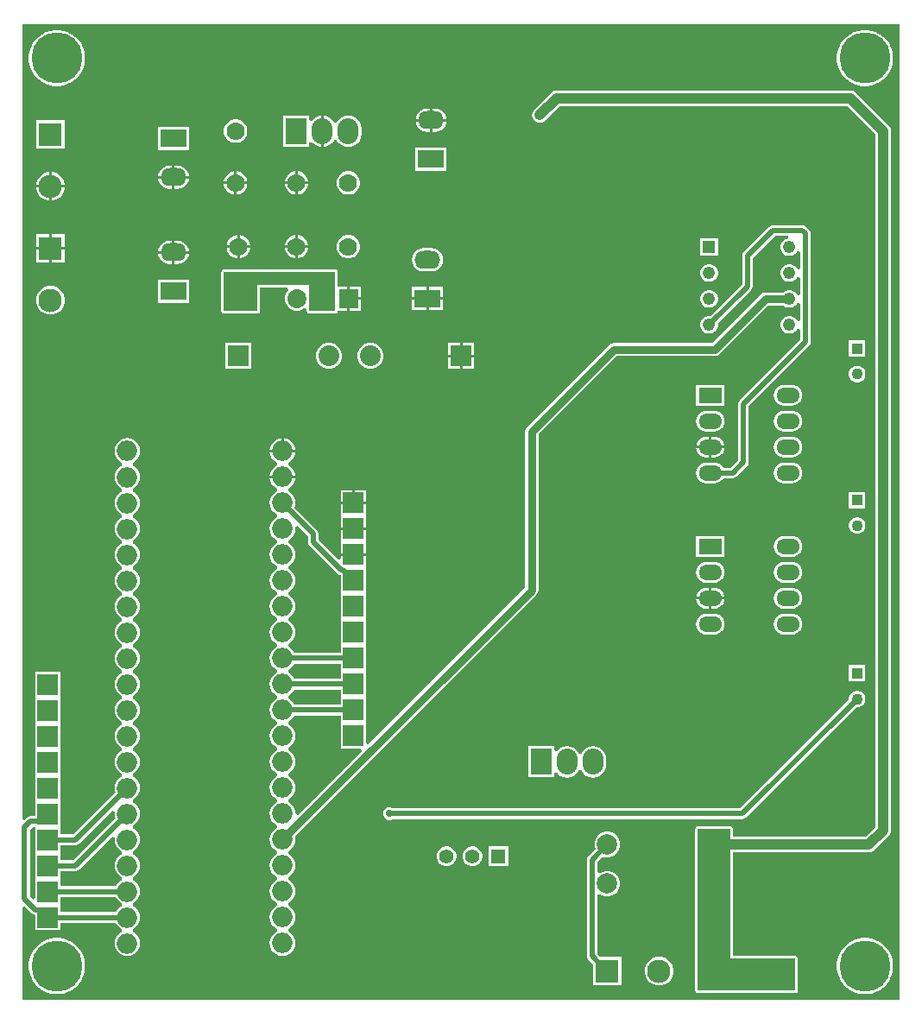
<source format=gbl>
G04*
G04 #@! TF.GenerationSoftware,Altium Limited,Altium Designer,24.10.1 (45)*
G04*
G04 Layer_Physical_Order=2*
G04 Layer_Color=16711680*
%FSTAX25Y25*%
%MOIN*%
G70*
G04*
G04 #@! TF.SameCoordinates,1923906C-CB37-41EA-8CB1-2C45B085819D*
G04*
G04*
G04 #@! TF.FilePolarity,Positive*
G04*
G01*
G75*
%ADD79C,0.02000*%
%ADD80R,0.09000X0.06000*%
%ADD81O,0.09000X0.06000*%
%ADD82R,0.04331X0.04331*%
%ADD83C,0.04331*%
%ADD84C,0.07000*%
%ADD85C,0.09055*%
%ADD86R,0.09055X0.09055*%
%ADD87R,0.07874X0.07874*%
%ADD88C,0.01968*%
%ADD89C,0.19685*%
%ADD90R,0.09055X0.09055*%
%ADD91R,0.04842X0.04842*%
%ADD92C,0.04842*%
%ADD93O,0.10000X0.07000*%
%ADD94R,0.10000X0.07000*%
%ADD95O,0.07874X0.07874*%
%ADD96C,0.05551*%
%ADD97R,0.05551X0.05551*%
%ADD98R,0.08000X0.10000*%
%ADD99O,0.08000X0.10000*%
%ADD100C,0.07874*%
%ADD101C,0.08000*%
%ADD102R,0.08000X0.08000*%
%ADD103R,0.07323X0.07323*%
%ADD104C,0.07323*%
%ADD105C,0.02756*%
%ADD106C,0.02756*%
%ADD107C,0.04000*%
%ADD108C,0.03000*%
G36*
X003731Y0074096D02*
X00372Y0073264D01*
X003737Y0071975D01*
X0037557Y0071525D01*
X0021335Y0055303D01*
X0016437D01*
X0016437Y0058201D01*
X0016437Y0059201D01*
Y0061225D01*
X002218D01*
X002296Y006138D01*
X0023622Y0061822D01*
X0036363Y0074563D01*
X003731Y0074096D01*
D02*
G37*
G36*
Y0064096D02*
X00372Y0063264D01*
X003737Y0061975D01*
X0037868Y0060774D01*
X0038659Y0059743D01*
X003969Y0058952D01*
X0040044Y0058805D01*
Y0057723D01*
X003969Y0057577D01*
X0038659Y0056785D01*
X0037868Y0055754D01*
X003737Y0054553D01*
X00372Y0053264D01*
X003737Y0051975D01*
X0037868Y0050774D01*
X0038659Y0049743D01*
X003969Y0048952D01*
X0040044Y0048805D01*
Y0047723D01*
X003969Y0047577D01*
X0038659Y0046785D01*
X0037868Y0045754D01*
X0037681Y0045303D01*
X0016437D01*
X0016437Y0048201D01*
X0016437Y0049201D01*
Y0051225D01*
X002218D01*
X002296Y005138D01*
X0023622Y0051822D01*
X0036363Y0064563D01*
X003731Y0064096D01*
D02*
G37*
G36*
X0006563Y0068025D02*
X0006563Y0067288D01*
Y0059201D01*
X0006563Y0058327D01*
X0006563Y0057327D01*
Y0049201D01*
X0006563Y0048327D01*
X0006563Y0047327D01*
Y0040627D01*
X0005639Y0040245D01*
X0004539Y0041345D01*
Y0067155D01*
X0005563Y0068179D01*
X0006563Y0068025D01*
D02*
G37*
G36*
X0037868Y0040774D02*
X0038659Y0039743D01*
X003969Y0038952D01*
X0040044Y0038805D01*
Y0037723D01*
X003969Y0037577D01*
X0038659Y0036785D01*
X0037868Y0035754D01*
X0037681Y0035303D01*
X0016437D01*
Y0037327D01*
X0016437Y0038201D01*
X0016437D01*
Y0038327D01*
X0016437D01*
Y0041225D01*
X0037681D01*
X0037868Y0040774D01*
D02*
G37*
G36*
X0340471Y0001529D02*
X0001529D01*
Y003728D01*
X0002453Y0037663D01*
X0005357Y0034759D01*
X0006018Y0034317D01*
X0006563Y0034209D01*
Y0028327D01*
X0016437D01*
Y0031225D01*
X0037681D01*
X0037868Y0030774D01*
X0038659Y0029743D01*
X003969Y0028952D01*
X0040044Y0028805D01*
Y0027723D01*
X003969Y0027577D01*
X0038659Y0026785D01*
X0037868Y0025754D01*
X003737Y0024553D01*
X00372Y0023264D01*
X003737Y0021975D01*
X0037868Y0020774D01*
X0038659Y0019743D01*
X003969Y0018952D01*
X0040891Y0018454D01*
X004218Y0018285D01*
X0043469Y0018454D01*
X004467Y0018952D01*
X0045701Y0019743D01*
X0046492Y0020774D01*
X004699Y0021975D01*
X004716Y0023264D01*
X004699Y0024553D01*
X0046492Y0025754D01*
X0045701Y0026785D01*
X004467Y0027577D01*
X0044317Y0027723D01*
Y0028805D01*
X004467Y0028952D01*
X0045701Y0029743D01*
X0046492Y0030774D01*
X004699Y0031975D01*
X004716Y0033264D01*
X004699Y0034553D01*
X0046492Y0035754D01*
X0045701Y0036785D01*
X004467Y0037577D01*
X0044317Y0037723D01*
Y0038805D01*
X004467Y0038952D01*
X0045701Y0039743D01*
X0046492Y0040774D01*
X004699Y0041975D01*
X004716Y0043264D01*
X004699Y0044553D01*
X0046492Y0045754D01*
X0045701Y0046785D01*
X004467Y0047577D01*
X0044317Y0047723D01*
Y0048805D01*
X004467Y0048952D01*
X0045701Y0049743D01*
X0046492Y0050774D01*
X004699Y0051975D01*
X004716Y0053264D01*
X004699Y0054553D01*
X0046492Y0055754D01*
X0045701Y0056785D01*
X004467Y0057577D01*
X0044317Y0057723D01*
Y0058805D01*
X004467Y0058952D01*
X0045701Y0059743D01*
X0046492Y0060774D01*
X004699Y0061975D01*
X004716Y0063264D01*
X004699Y0064553D01*
X0046492Y0065754D01*
X0045701Y0066785D01*
X004467Y0067577D01*
X0044317Y0067723D01*
Y0068805D01*
X004467Y0068952D01*
X0045701Y0069743D01*
X0046492Y0070774D01*
X004699Y0071975D01*
X004716Y0073264D01*
X004699Y0074553D01*
X0046492Y0075754D01*
X0045701Y0076785D01*
X004467Y0077577D01*
X0044317Y0077723D01*
Y0078805D01*
X004467Y0078952D01*
X0045701Y0079743D01*
X0046492Y0080774D01*
X004699Y0081975D01*
X004716Y0083264D01*
X004699Y0084553D01*
X0046492Y0085754D01*
X0045701Y0086785D01*
X004467Y0087577D01*
X0044317Y0087723D01*
Y0088805D01*
X004467Y0088952D01*
X0045701Y0089743D01*
X0046492Y0090774D01*
X004699Y0091975D01*
X004716Y0093264D01*
X004699Y0094553D01*
X0046492Y0095754D01*
X0045701Y0096785D01*
X004467Y0097577D01*
X0044317Y0097723D01*
Y0098805D01*
X004467Y0098952D01*
X0045701Y0099743D01*
X0046492Y0100774D01*
X004699Y0101975D01*
X004716Y0103264D01*
X004699Y0104553D01*
X0046492Y0105754D01*
X0045701Y0106785D01*
X004467Y0107577D01*
X0044317Y0107723D01*
Y0108805D01*
X004467Y0108952D01*
X0045701Y0109743D01*
X0046492Y0110774D01*
X004699Y0111975D01*
X004716Y0113264D01*
X004699Y0114553D01*
X0046492Y0115754D01*
X0045701Y0116785D01*
X004467Y0117577D01*
X0044317Y0117723D01*
Y0118805D01*
X004467Y0118952D01*
X0045701Y0119743D01*
X0046492Y0120774D01*
X004699Y0121975D01*
X004716Y0123264D01*
X004699Y0124553D01*
X0046492Y0125754D01*
X0045701Y0126785D01*
X004467Y0127577D01*
X0044317Y0127723D01*
Y0128805D01*
X004467Y0128952D01*
X0045701Y0129743D01*
X0046492Y0130774D01*
X004699Y0131975D01*
X004716Y0133264D01*
X004699Y0134553D01*
X0046492Y0135754D01*
X0045701Y0136785D01*
X004467Y0137577D01*
X0044317Y0137723D01*
Y0138805D01*
X004467Y0138952D01*
X0045701Y0139743D01*
X0046492Y0140774D01*
X004699Y0141975D01*
X004716Y0143264D01*
X004699Y0144553D01*
X0046492Y0145754D01*
X0045701Y0146785D01*
X004467Y0147577D01*
X0044317Y0147723D01*
Y0148805D01*
X004467Y0148952D01*
X0045701Y0149743D01*
X0046492Y0150774D01*
X004699Y0151975D01*
X004716Y0153264D01*
X004699Y0154553D01*
X0046492Y0155754D01*
X0045701Y0156785D01*
X004467Y0157577D01*
X0044317Y0157723D01*
Y0158805D01*
X004467Y0158952D01*
X0045701Y0159743D01*
X0046492Y0160774D01*
X004699Y0161975D01*
X004716Y0163264D01*
X004699Y0164553D01*
X0046492Y0165754D01*
X0045701Y0166785D01*
X004467Y0167577D01*
X0044317Y0167723D01*
Y0168805D01*
X004467Y0168952D01*
X0045701Y0169743D01*
X0046492Y0170774D01*
X004699Y0171975D01*
X004716Y0173264D01*
X004699Y0174553D01*
X0046492Y0175754D01*
X0045701Y0176785D01*
X004467Y0177577D01*
X0044317Y0177723D01*
Y0178805D01*
X004467Y0178952D01*
X0045701Y0179743D01*
X0046492Y0180774D01*
X004699Y0181975D01*
X004716Y0183264D01*
X004699Y0184553D01*
X0046492Y0185754D01*
X0045701Y0186785D01*
X004467Y0187577D01*
X0044317Y0187723D01*
Y0188805D01*
X004467Y0188952D01*
X0045701Y0189743D01*
X0046492Y0190774D01*
X004699Y0191975D01*
X004716Y0193264D01*
X004699Y0194553D01*
X0046492Y0195754D01*
X0045701Y0196785D01*
X004467Y0197577D01*
X0044317Y0197723D01*
Y0198805D01*
X004467Y0198952D01*
X0045701Y0199743D01*
X0046492Y0200774D01*
X004699Y0201975D01*
X004716Y0203264D01*
X004699Y0204553D01*
X0046492Y0205754D01*
X0045701Y0206785D01*
X004467Y0207577D01*
X0044196Y0207773D01*
Y0208855D01*
X004467Y0209052D01*
X0045701Y0209843D01*
X0046492Y0210874D01*
X004699Y0212075D01*
X004716Y0213364D01*
X004699Y0214653D01*
X0046492Y0215854D01*
X0045701Y0216885D01*
X004467Y0217677D01*
X0043469Y0218174D01*
X004218Y0218344D01*
X0040891Y0218174D01*
X003969Y0217677D01*
X0038659Y0216885D01*
X0037868Y0215854D01*
X003737Y0214653D01*
X00372Y0213364D01*
X003737Y0212075D01*
X0037868Y0210874D01*
X0038659Y0209843D01*
X003969Y0209052D01*
X0040164Y0208855D01*
Y0207773D01*
X003969Y0207577D01*
X0038659Y0206785D01*
X0037868Y0205754D01*
X003737Y0204553D01*
X00372Y0203264D01*
X003737Y0201975D01*
X0037868Y0200774D01*
X0038659Y0199743D01*
X003969Y0198952D01*
X0040044Y0198805D01*
Y0197723D01*
X003969Y0197577D01*
X0038659Y0196785D01*
X0037868Y0195754D01*
X003737Y0194553D01*
X00372Y0193264D01*
X003737Y0191975D01*
X0037868Y0190774D01*
X0038659Y0189743D01*
X003969Y0188952D01*
X0040044Y0188805D01*
Y0187723D01*
X003969Y0187577D01*
X0038659Y0186785D01*
X0037868Y0185754D01*
X003737Y0184553D01*
X00372Y0183264D01*
X003737Y0181975D01*
X0037868Y0180774D01*
X0038659Y0179743D01*
X003969Y0178952D01*
X0040044Y0178805D01*
Y0177723D01*
X003969Y0177577D01*
X0038659Y0176785D01*
X0037868Y0175754D01*
X003737Y0174553D01*
X00372Y0173264D01*
X003737Y0171975D01*
X0037868Y0170774D01*
X0038659Y0169743D01*
X003969Y0168952D01*
X0040044Y0168805D01*
Y0167723D01*
X003969Y0167577D01*
X0038659Y0166785D01*
X0037868Y0165754D01*
X003737Y0164553D01*
X00372Y0163264D01*
X003737Y0161975D01*
X0037868Y0160774D01*
X0038659Y0159743D01*
X003969Y0158952D01*
X0040044Y0158805D01*
Y0157723D01*
X003969Y0157577D01*
X0038659Y0156785D01*
X0037868Y0155754D01*
X003737Y0154553D01*
X00372Y0153264D01*
X003737Y0151975D01*
X0037868Y0150774D01*
X0038659Y0149743D01*
X003969Y0148952D01*
X0040044Y0148805D01*
Y0147723D01*
X003969Y0147577D01*
X0038659Y0146785D01*
X0037868Y0145754D01*
X003737Y0144553D01*
X00372Y0143264D01*
X003737Y0141975D01*
X0037868Y0140774D01*
X0038659Y0139743D01*
X003969Y0138952D01*
X0040044Y0138805D01*
Y0137723D01*
X003969Y0137577D01*
X0038659Y0136785D01*
X0037868Y0135754D01*
X003737Y0134553D01*
X00372Y0133264D01*
X003737Y0131975D01*
X0037868Y0130774D01*
X0038659Y0129743D01*
X003969Y0128952D01*
X0040044Y0128805D01*
Y0127723D01*
X003969Y0127577D01*
X0038659Y0126785D01*
X0037868Y0125754D01*
X003737Y0124553D01*
X00372Y0123264D01*
X003737Y0121975D01*
X0037868Y0120774D01*
X0038659Y0119743D01*
X003969Y0118952D01*
X0040044Y0118805D01*
Y0117723D01*
X003969Y0117577D01*
X0038659Y0116785D01*
X0037868Y0115754D01*
X003737Y0114553D01*
X00372Y0113264D01*
X003737Y0111975D01*
X0037868Y0110774D01*
X0038659Y0109743D01*
X003969Y0108952D01*
X0040044Y0108805D01*
Y0107723D01*
X003969Y0107577D01*
X0038659Y0106785D01*
X0037868Y0105754D01*
X003737Y0104553D01*
X00372Y0103264D01*
X003737Y0101975D01*
X0037868Y0100774D01*
X0038659Y0099743D01*
X003969Y0098952D01*
X0040044Y0098805D01*
Y0097723D01*
X003969Y0097577D01*
X0038659Y0096785D01*
X0037868Y0095754D01*
X003737Y0094553D01*
X00372Y0093264D01*
X003737Y0091975D01*
X0037868Y0090774D01*
X0038659Y0089743D01*
X003969Y0088952D01*
X0040044Y0088805D01*
Y0087723D01*
X003969Y0087577D01*
X0038659Y0086785D01*
X0037868Y0085754D01*
X003737Y0084553D01*
X00372Y0083264D01*
X003737Y0081975D01*
X0037557Y0081525D01*
X0021335Y0065303D01*
X0016437D01*
X0016437Y0068201D01*
X0016437Y0069201D01*
Y0077327D01*
X0016437Y0078201D01*
X0016437Y0079201D01*
Y0087327D01*
X0016437Y0088201D01*
X0016437Y0089201D01*
Y0097327D01*
X0016437Y0098201D01*
X0016437Y0099201D01*
Y0107327D01*
X0016437Y0108201D01*
X0016437Y0109201D01*
Y0117327D01*
X0016437Y0118201D01*
X0016437Y0119201D01*
Y0128201D01*
X0006563D01*
Y0119201D01*
X0006563Y0118327D01*
X0006563Y0117327D01*
Y0109201D01*
X0006563Y0108327D01*
X0006563Y0107327D01*
Y0099201D01*
X0006563Y0098327D01*
X0006563Y0097327D01*
Y0089201D01*
X0006563Y0088327D01*
X0006563Y0087327D01*
Y0079201D01*
X0006563Y0078327D01*
X0006563Y0077327D01*
Y0072366D01*
X0004827D01*
X0004047Y0072211D01*
X0003385Y0071769D01*
X0002453Y0070837D01*
X0001529Y007122D01*
Y0377971D01*
X0340471D01*
Y0001529D01*
D02*
G37*
%LPC*%
G36*
X0327853Y0375842D02*
X0326147D01*
X0324461Y0375575D01*
X0322838Y0375048D01*
X0321317Y0374273D01*
X0319937Y037327D01*
X031873Y0372063D01*
X0317727Y0370683D01*
X0316952Y0369162D01*
X0316424Y0367539D01*
X0316158Y0365853D01*
Y0364147D01*
X0316424Y0362461D01*
X0316952Y0360838D01*
X0317727Y0359317D01*
X031873Y0357937D01*
X0319937Y035673D01*
X0321317Y0355727D01*
X0322838Y0354952D01*
X0324461Y0354425D01*
X0326147Y0354157D01*
X0327853D01*
X0329539Y0354425D01*
X0331162Y0354952D01*
X0332683Y0355727D01*
X0334063Y035673D01*
X033527Y0357937D01*
X0336273Y0359317D01*
X0337048Y0360838D01*
X0337576Y0362461D01*
X0337842Y0364147D01*
Y0365853D01*
X0337576Y0367539D01*
X0337048Y0369162D01*
X0336273Y0370683D01*
X033527Y0372063D01*
X0334063Y037327D01*
X0332683Y0374273D01*
X0331162Y0375048D01*
X0329539Y0375575D01*
X0327853Y0375842D01*
D02*
G37*
G36*
X0015853D02*
X0014147D01*
X0012461Y0375575D01*
X0010838Y0375048D01*
X0009317Y0374273D01*
X0007937Y037327D01*
X000673Y0372063D01*
X0005727Y0370683D01*
X0004952Y0369162D01*
X0004425Y0367539D01*
X0004157Y0365853D01*
Y0364147D01*
X0004425Y0362461D01*
X0004952Y0360838D01*
X0005727Y0359317D01*
X000673Y0357937D01*
X0007937Y035673D01*
X0009317Y0355727D01*
X0010838Y0354952D01*
X0012461Y0354425D01*
X0014147Y0354157D01*
X0015853D01*
X0017539Y0354425D01*
X0019162Y0354952D01*
X0020683Y0355727D01*
X0022063Y035673D01*
X002327Y0357937D01*
X0024273Y0359317D01*
X0025048Y0360838D01*
X0025576Y0362461D01*
X0025842Y0364147D01*
Y0365853D01*
X0025576Y0367539D01*
X0025048Y0369162D01*
X0024273Y0370683D01*
X002327Y0372063D01*
X0022063Y037327D01*
X0020683Y0374273D01*
X0019162Y0375048D01*
X0017539Y0375575D01*
X0015853Y0375842D01*
D02*
G37*
G36*
X0161Y0345539D02*
X016D01*
Y03415D01*
X0165473D01*
X0165384Y0342175D01*
X0164931Y0343269D01*
X0164209Y0344209D01*
X0163269Y0344931D01*
X0162175Y0345384D01*
X0161Y0345539D01*
D02*
G37*
G36*
X0159D02*
X0158D01*
X0156825Y0345384D01*
X0155731Y0344931D01*
X0154791Y0344209D01*
X0154069Y0343269D01*
X0153616Y0342175D01*
X0153527Y03415D01*
X0159D01*
Y0345539D01*
D02*
G37*
G36*
X01275Y0342844D02*
X0126195Y0342672D01*
X0124978Y0342168D01*
X0123934Y0341366D01*
X0123133Y0340322D01*
X0123041Y0340102D01*
X0121959D01*
X0121868Y0340322D01*
X0121066Y0341366D01*
X0120022Y0342168D01*
X0118805Y0342672D01*
X0118Y0342778D01*
Y03368D01*
Y0330823D01*
X0118805Y0330929D01*
X0120022Y0331433D01*
X0121066Y0332234D01*
X0121868Y0333279D01*
X0121959Y0333499D01*
X0123041D01*
X0123133Y0333279D01*
X0123934Y0332234D01*
X0124978Y0331433D01*
X0126195Y0330929D01*
X01275Y0330757D01*
X0128805Y0330929D01*
X0130022Y0331433D01*
X0131066Y0332234D01*
X0131868Y0333279D01*
X0132371Y0334495D01*
X0132543Y03358D01*
Y03378D01*
X0132371Y0339106D01*
X0131868Y0340322D01*
X0131066Y0341366D01*
X0130022Y0342168D01*
X0128805Y0342672D01*
X01275Y0342844D01*
D02*
G37*
G36*
X0165473Y03405D02*
X016D01*
Y0336461D01*
X0161D01*
X0162175Y0336616D01*
X0163269Y0337069D01*
X0164209Y0337791D01*
X0164931Y0338731D01*
X0165384Y0339825D01*
X0165473Y03405D01*
D02*
G37*
G36*
X0159D02*
X0153527D01*
X0153616Y0339825D01*
X0154069Y0338731D01*
X0154791Y0337791D01*
X0155731Y0337069D01*
X0156825Y0336616D01*
X0158Y0336461D01*
X0159D01*
Y03405D01*
D02*
G37*
G36*
X0084592Y03413D02*
X0083408D01*
X0082263Y0340994D01*
X0081237Y0340401D01*
X0080399Y0339563D01*
X0079807Y0338537D01*
X00795Y0337393D01*
Y0336208D01*
X0079807Y0335064D01*
X0080399Y0334037D01*
X0081237Y03332D01*
X0082263Y0332607D01*
X0083408Y03323D01*
X0084592D01*
X0085737Y0332607D01*
X0086763Y03332D01*
X0087601Y0334037D01*
X0088193Y0335064D01*
X00885Y0336208D01*
Y0337393D01*
X0088193Y0338537D01*
X0087601Y0339563D01*
X0086763Y0340401D01*
X0085737Y0340994D01*
X0084592Y03413D01*
D02*
G37*
G36*
X01125Y03428D02*
X01025D01*
Y03308D01*
X01125D01*
Y033246D01*
X01135Y03328D01*
X0113934Y0332234D01*
X0114978Y0331433D01*
X0116195Y0330929D01*
X0117Y0330823D01*
Y03368D01*
Y0342778D01*
X0116195Y0342672D01*
X0114978Y0342168D01*
X0113934Y0341366D01*
X01135Y0340801D01*
X01125Y034114D01*
Y03428D01*
D02*
G37*
G36*
X0018028Y0341028D02*
X0006972D01*
Y0329972D01*
X0018028D01*
Y0341028D01*
D02*
G37*
G36*
X0066Y03385D02*
X0054D01*
Y03295D01*
X0066D01*
Y03385D01*
D02*
G37*
G36*
X01655Y03305D02*
X01535D01*
Y03215D01*
X01655D01*
Y03305D01*
D02*
G37*
G36*
X00615Y0323539D02*
X00605D01*
Y03195D01*
X0065973D01*
X0065884Y0320175D01*
X0065431Y0321269D01*
X0064709Y0322209D01*
X0063769Y0322931D01*
X0062675Y0323384D01*
X00615Y0323539D01*
D02*
G37*
G36*
X00595D02*
X00585D01*
X0057325Y0323384D01*
X0056231Y0322931D01*
X0055291Y0322209D01*
X0054569Y0321269D01*
X0054116Y0320175D01*
X0054027Y03195D01*
X00595D01*
Y0323539D01*
D02*
G37*
G36*
X0108092Y03213D02*
X0108D01*
Y03173D01*
X0112D01*
Y0317393D01*
X0111693Y0318537D01*
X0111101Y0319564D01*
X0110263Y0320401D01*
X0109237Y0320994D01*
X0108092Y03213D01*
D02*
G37*
G36*
X0084592D02*
X00845D01*
Y03173D01*
X00885D01*
Y0317393D01*
X0088193Y0318537D01*
X0087601Y0319564D01*
X0086763Y0320401D01*
X0085737Y0320994D01*
X0084592Y03213D01*
D02*
G37*
G36*
X00835D02*
X0083408D01*
X0082263Y0320994D01*
X0081237Y0320401D01*
X0080399Y0319564D01*
X0079807Y0318537D01*
X00795Y0317393D01*
Y03173D01*
X00835D01*
Y03213D01*
D02*
G37*
G36*
X0107D02*
X0106908D01*
X0105763Y0320994D01*
X0104737Y0320401D01*
X0103899Y0319564D01*
X0103307Y0318537D01*
X0103Y0317393D01*
Y03173D01*
X0107D01*
Y03213D01*
D02*
G37*
G36*
X0013228Y0321028D02*
X0013D01*
Y0316D01*
X0018028D01*
Y0316228D01*
X0017651Y0317634D01*
X0016923Y0318894D01*
X0015894Y0319923D01*
X0014634Y0320651D01*
X0013228Y0321028D01*
D02*
G37*
G36*
X0012D02*
X0011772D01*
X0010366Y0320651D01*
X0009106Y0319923D01*
X0008077Y0318894D01*
X0007349Y0317634D01*
X0006972Y0316228D01*
Y0316D01*
X0012D01*
Y0321028D01*
D02*
G37*
G36*
X0065973Y03185D02*
X00605D01*
Y0314461D01*
X00615D01*
X0062675Y0314616D01*
X0063769Y0315069D01*
X0064709Y0315791D01*
X0065431Y0316731D01*
X0065884Y0317825D01*
X0065973Y03185D01*
D02*
G37*
G36*
X00595D02*
X0054027D01*
X0054116Y0317825D01*
X0054569Y0316731D01*
X0055291Y0315791D01*
X0056231Y0315069D01*
X0057325Y0314616D01*
X00585Y0314461D01*
X00595D01*
Y03185D01*
D02*
G37*
G36*
X0128092Y03213D02*
X0126908D01*
X0125763Y0320994D01*
X0124737Y0320401D01*
X0123899Y0319564D01*
X0123307Y0318537D01*
X0123Y0317393D01*
Y0316208D01*
X0123307Y0315064D01*
X0123899Y0314037D01*
X0124737Y0313199D01*
X0125763Y0312607D01*
X0126908Y03123D01*
X0128092D01*
X0129237Y0312607D01*
X0130263Y0313199D01*
X0131101Y0314037D01*
X0131693Y0315064D01*
X0132Y0316208D01*
Y0317393D01*
X0131693Y0318537D01*
X0131101Y0319564D01*
X0130263Y0320401D01*
X0129237Y0320994D01*
X0128092Y03213D01*
D02*
G37*
G36*
X0112Y03163D02*
X0108D01*
Y03123D01*
X0108092D01*
X0109237Y0312607D01*
X0110263Y0313199D01*
X0111101Y0314037D01*
X0111693Y0315064D01*
X0112Y0316208D01*
Y03163D01*
D02*
G37*
G36*
X0107D02*
X0103D01*
Y0316208D01*
X0103307Y0315064D01*
X0103899Y0314037D01*
X0104737Y0313199D01*
X0105763Y0312607D01*
X0106908Y03123D01*
X0107D01*
Y03163D01*
D02*
G37*
G36*
X00885D02*
X00845D01*
Y03123D01*
X0084592D01*
X0085737Y0312607D01*
X0086763Y0313199D01*
X0087601Y0314037D01*
X0088193Y0315064D01*
X00885Y0316208D01*
Y03163D01*
D02*
G37*
G36*
X00835D02*
X00795D01*
Y0316208D01*
X0079807Y0315064D01*
X0080399Y0314037D01*
X0081237Y0313199D01*
X0082263Y0312607D01*
X0083408Y03123D01*
X00835D01*
Y03163D01*
D02*
G37*
G36*
X0018028Y0315D02*
X0013D01*
Y0309972D01*
X0013228D01*
X0014634Y0310349D01*
X0015894Y0311077D01*
X0016923Y0312106D01*
X0017651Y0313366D01*
X0018028Y0314772D01*
Y0315D01*
D02*
G37*
G36*
X0012D02*
X0006972D01*
Y0314772D01*
X0007349Y0313366D01*
X0008077Y0312106D01*
X0009106Y0311077D01*
X0010366Y0310349D01*
X0011772Y0309972D01*
X0012D01*
Y0315D01*
D02*
G37*
G36*
X0108092Y02967D02*
X0108D01*
Y02927D01*
X0112D01*
Y0292792D01*
X0111693Y0293936D01*
X0111101Y0294963D01*
X0110263Y02958D01*
X0109237Y0296393D01*
X0108092Y02967D01*
D02*
G37*
G36*
X0085631D02*
X0085539D01*
Y02927D01*
X0089539D01*
Y0292792D01*
X0089232Y0293936D01*
X008864Y0294963D01*
X0087802Y02958D01*
X0086776Y0296393D01*
X0085631Y02967D01*
D02*
G37*
G36*
X0084539D02*
X0084446D01*
X0083302Y0296393D01*
X0082276Y02958D01*
X0081438Y0294963D01*
X0080845Y0293936D01*
X0080539Y0292792D01*
Y02927D01*
X0084539D01*
Y02967D01*
D02*
G37*
G36*
X0107D02*
X0106908D01*
X0105763Y0296393D01*
X0104737Y02958D01*
X0103899Y0294963D01*
X0103307Y0293936D01*
X0103Y0292792D01*
Y02927D01*
X0107D01*
Y02967D01*
D02*
G37*
G36*
X0018028Y0297028D02*
X0013D01*
Y0292D01*
X0018028D01*
Y0297028D01*
D02*
G37*
G36*
X0012D02*
X0006972D01*
Y0292D01*
X0012D01*
Y0297028D01*
D02*
G37*
G36*
X00615Y0294539D02*
X00605D01*
Y02905D01*
X0065973D01*
X0065884Y0291175D01*
X0065431Y0292269D01*
X0064709Y0293209D01*
X0063769Y0293931D01*
X0062675Y0294384D01*
X00615Y0294539D01*
D02*
G37*
G36*
X00595D02*
X00585D01*
X0057325Y0294384D01*
X0056231Y0293931D01*
X0055291Y0293209D01*
X0054569Y0292269D01*
X0054116Y0291175D01*
X0054027Y02905D01*
X00595D01*
Y0294539D01*
D02*
G37*
G36*
X0270252Y0295472D02*
X0263409D01*
Y028863D01*
X0270252D01*
Y0295472D01*
D02*
G37*
G36*
X0128092Y02967D02*
X0126908D01*
X0125763Y0296393D01*
X0124737Y02958D01*
X0123899Y0294963D01*
X0123307Y0293936D01*
X0123Y0292792D01*
Y0291607D01*
X0123307Y0290463D01*
X0123899Y0289437D01*
X0124737Y0288599D01*
X0125763Y0288006D01*
X0126908Y02877D01*
X0128092D01*
X0129237Y0288006D01*
X0130263Y0288599D01*
X0131101Y0289437D01*
X0131693Y0290463D01*
X0132Y0291607D01*
Y0292792D01*
X0131693Y0293936D01*
X0131101Y0294963D01*
X0130263Y02958D01*
X0129237Y0296393D01*
X0128092Y02967D01*
D02*
G37*
G36*
X0112Y02917D02*
X0108D01*
Y02877D01*
X0108092D01*
X0109237Y0288006D01*
X0110263Y0288599D01*
X0111101Y0289437D01*
X0111693Y0290463D01*
X0112Y0291607D01*
Y02917D01*
D02*
G37*
G36*
X0107D02*
X0103D01*
Y0291607D01*
X0103307Y0290463D01*
X0103899Y0289437D01*
X0104737Y0288599D01*
X0105763Y0288006D01*
X0106908Y02877D01*
X0107D01*
Y02917D01*
D02*
G37*
G36*
X0089539D02*
X0085539D01*
Y02877D01*
X0085631D01*
X0086776Y0288006D01*
X0087802Y0288599D01*
X008864Y0289437D01*
X0089232Y0290463D01*
X0089539Y0291607D01*
Y02917D01*
D02*
G37*
G36*
X0084539D02*
X0080539D01*
Y0291607D01*
X0080845Y0290463D01*
X0081438Y0289437D01*
X0082276Y0288599D01*
X0083302Y0288006D01*
X0084446Y02877D01*
X0084539D01*
Y02917D01*
D02*
G37*
G36*
X0018028Y0291D02*
X0013D01*
Y0285972D01*
X0018028D01*
Y0291D01*
D02*
G37*
G36*
X0012D02*
X0006972D01*
Y0285972D01*
X0012D01*
Y0291D01*
D02*
G37*
G36*
X0065973Y02895D02*
X00605D01*
Y0285461D01*
X00615D01*
X0062675Y0285616D01*
X0063769Y0286069D01*
X0064709Y0286791D01*
X0065431Y0287731D01*
X0065884Y0288825D01*
X0065973Y02895D01*
D02*
G37*
G36*
X00595D02*
X0054027D01*
X0054116Y0288825D01*
X0054569Y0287731D01*
X0055291Y0286791D01*
X0056231Y0286069D01*
X0057325Y0285616D01*
X00585Y0285461D01*
X00595D01*
Y02895D01*
D02*
G37*
G36*
X0302828Y0300539D02*
X02915D01*
X029072Y0300384D01*
X0290058Y0299942D01*
X0280187Y0290071D01*
X0279745Y0289409D01*
X027959Y0288629D01*
Y0277694D01*
X026735Y0265454D01*
X0267281Y0265472D01*
X026638D01*
X026551Y0265239D01*
X026473Y0264789D01*
X0264093Y0264152D01*
X0263643Y0263371D01*
X0263409Y0262501D01*
Y02616D01*
X0263643Y026073D01*
X0264093Y025995D01*
X026473Y0259313D01*
X026551Y0258863D01*
X026638Y0258629D01*
X0267281D01*
X0268151Y0258863D01*
X0268932Y0259313D01*
X0269568Y025995D01*
X0270019Y026073D01*
X0270252Y02616D01*
Y0262501D01*
X0270234Y026257D01*
X0283071Y0275407D01*
X0283513Y0276069D01*
X0283668Y0276849D01*
X0283668Y0276849D01*
Y0287784D01*
X0292345Y0296461D01*
X0297292D01*
X0297338Y0296456D01*
X0297365Y0295472D01*
X0297285Y0295451D01*
X0296494Y0295239D01*
X0295714Y0294789D01*
X0295077Y0294151D01*
X0294627Y0293371D01*
X0294394Y0292501D01*
Y02916D01*
X0294627Y029073D01*
X0295077Y028995D01*
X0295714Y0289313D01*
X0296494Y0288863D01*
X0297365Y028863D01*
X0298265D01*
X0299136Y0288863D01*
X0299916Y0289313D01*
X0300553Y028995D01*
X0300961Y0290657D01*
X0301052Y0290682D01*
X0301961Y0290184D01*
Y0283918D01*
X0301052Y028342D01*
X0300961Y0283445D01*
X0300553Y0284152D01*
X0299916Y0284788D01*
X0299136Y0285239D01*
X0298265Y0285472D01*
X0297365D01*
X0296494Y0285239D01*
X0295714Y0284788D01*
X0295077Y0284152D01*
X0294627Y0283371D01*
X0294394Y0282501D01*
Y02816D01*
X0294627Y028073D01*
X0295077Y027995D01*
X0295714Y0279313D01*
X0296494Y0278863D01*
X0297365Y0278629D01*
X0298265D01*
X0299136Y0278863D01*
X0299916Y0279313D01*
X0300553Y027995D01*
X0300961Y0280657D01*
X0301052Y0280682D01*
X0301961Y0280184D01*
Y0273918D01*
X0301052Y027342D01*
X0300961Y0273445D01*
X0300553Y0274151D01*
X0299916Y0274788D01*
X0299136Y0275239D01*
X0298265Y0275472D01*
X0297365D01*
X0296494Y0275239D01*
X0295714Y0274788D01*
X0295526Y02746D01*
X0288551D01*
X0287575Y0274406D01*
X0286748Y0273853D01*
X0267944Y0255049D01*
X023D01*
X0229025Y0254855D01*
X0228198Y0254302D01*
X0196572Y0222677D01*
X0196019Y022185D01*
X0195826Y0220875D01*
Y0160657D01*
X0135361Y0100193D01*
X0134437Y0100575D01*
Y010737D01*
X0134437Y0108244D01*
X0134437Y0109244D01*
Y011737D01*
X0134437Y0118244D01*
X0134437Y0119244D01*
Y012737D01*
X0134437Y0128244D01*
X0134437Y0129244D01*
Y013737D01*
X0134437Y0138244D01*
X0134437Y0139244D01*
Y014737D01*
X0134437Y0148244D01*
X0134437Y0149244D01*
Y015737D01*
X0134437Y0158244D01*
X0134437Y0159244D01*
Y016737D01*
X0134437Y0168244D01*
X0134437D01*
Y016837D01*
X0134437D01*
Y0172807D01*
X0124563D01*
Y0171732D01*
X0123639Y0171349D01*
X0116008Y017898D01*
Y0181418D01*
X0115853Y0182198D01*
X0115411Y018286D01*
X0106703Y0191568D01*
X010689Y0192018D01*
X010706Y0193307D01*
X010689Y0194596D01*
X0106393Y0195797D01*
X0105601Y0196828D01*
X010457Y0197619D01*
X0104217Y0197766D01*
Y0198848D01*
X010457Y0198995D01*
X0105601Y0199786D01*
X0106393Y0200817D01*
X010689Y0202018D01*
X0106994Y0202807D01*
X010208D01*
X0097166D01*
X009727Y0202018D01*
X0097768Y0200817D01*
X0098559Y0199786D01*
X009959Y0198995D01*
X0099944Y0198848D01*
Y0197766D01*
X009959Y0197619D01*
X0098559Y0196828D01*
X0097768Y0195797D01*
X009727Y0194596D01*
X00971Y0193307D01*
X009727Y0192018D01*
X0097768Y0190817D01*
X0098559Y0189786D01*
X009959Y0188995D01*
X0099944Y0188848D01*
Y0187766D01*
X009959Y0187619D01*
X0098559Y0186828D01*
X0097768Y0185797D01*
X009727Y0184596D01*
X00971Y0183307D01*
X009727Y0182018D01*
X0097768Y0180817D01*
X0098559Y0179786D01*
X009959Y0178995D01*
X0099944Y0178848D01*
Y0177766D01*
X009959Y017762D01*
X0098559Y0176828D01*
X0097768Y0175797D01*
X009727Y0174596D01*
X00971Y0173307D01*
X009727Y0172018D01*
X0097768Y0170817D01*
X0098559Y0169786D01*
X009959Y0168994D01*
X0099944Y0168848D01*
Y0167766D01*
X009959Y016762D01*
X0098559Y0166828D01*
X0097768Y0165797D01*
X009727Y0164596D01*
X00971Y0163307D01*
X009727Y0162018D01*
X0097768Y0160817D01*
X0098559Y0159786D01*
X009959Y0158994D01*
X0099944Y0158848D01*
Y0157766D01*
X009959Y015762D01*
X0098559Y0156828D01*
X0097768Y0155797D01*
X009727Y0154596D01*
X00971Y0153307D01*
X009727Y0152018D01*
X0097768Y0150817D01*
X0098559Y0149786D01*
X009959Y0148995D01*
X0099944Y0148848D01*
Y0147766D01*
X009959Y0147619D01*
X0098559Y0146828D01*
X0097768Y0145797D01*
X009727Y0144596D01*
X00971Y0143307D01*
X009727Y0142018D01*
X0097768Y0140817D01*
X0098559Y0139786D01*
X009959Y0138995D01*
X0099944Y0138848D01*
Y0137766D01*
X009959Y0137619D01*
X0098559Y0136828D01*
X0097768Y0135797D01*
X009727Y0134596D01*
X00971Y0133307D01*
X009727Y0132018D01*
X0097768Y0130817D01*
X0098559Y0129786D01*
X009959Y0128995D01*
X0099944Y0128848D01*
Y0127766D01*
X009959Y012762D01*
X0098559Y0126828D01*
X0097768Y0125797D01*
X009727Y0124596D01*
X00971Y0123307D01*
X009727Y0122018D01*
X0097768Y0120817D01*
X0098559Y0119786D01*
X009959Y0118994D01*
X0099944Y0118848D01*
Y0117766D01*
X009959Y011762D01*
X0098559Y0116828D01*
X0097768Y0115797D01*
X009727Y0114596D01*
X00971Y0113307D01*
X009727Y0112018D01*
X0097768Y0110817D01*
X0098559Y0109786D01*
X009959Y0108994D01*
X0099944Y0108848D01*
Y0107766D01*
X009959Y010762D01*
X0098559Y0106828D01*
X0097768Y0105797D01*
X009727Y0104596D01*
X00971Y0103307D01*
X009727Y0102018D01*
X0097768Y0100817D01*
X0098559Y0099786D01*
X009959Y0098994D01*
X0099944Y0098848D01*
Y0097766D01*
X009959Y0097619D01*
X0098559Y0096828D01*
X0097768Y0095797D01*
X009727Y0094596D01*
X00971Y0093307D01*
X009727Y0092018D01*
X0097768Y0090817D01*
X0098559Y0089786D01*
X009959Y0088994D01*
X0099944Y0088848D01*
Y0087766D01*
X009959Y008762D01*
X0098559Y0086828D01*
X0097768Y0085797D01*
X009727Y0084596D01*
X00971Y0083307D01*
X009727Y0082018D01*
X0097768Y0080817D01*
X0098559Y0079786D01*
X009959Y0078995D01*
X0099944Y0078848D01*
Y0077766D01*
X009959Y0077619D01*
X0098559Y0076828D01*
X0097768Y0075797D01*
X009727Y0074596D01*
X00971Y0073307D01*
X009727Y0072018D01*
X0097768Y0070817D01*
X0098559Y0069786D01*
X009959Y0068994D01*
X0099944Y0068848D01*
Y0067766D01*
X009959Y006762D01*
X0098559Y0066828D01*
X0097768Y0065797D01*
X009727Y0064596D01*
X00971Y0063307D01*
X009727Y0062018D01*
X0097768Y0060817D01*
X0098559Y0059786D01*
X009959Y0058995D01*
X0099944Y0058848D01*
Y0057766D01*
X009959Y005762D01*
X0098559Y0056828D01*
X0097768Y0055797D01*
X009727Y0054596D01*
X00971Y0053307D01*
X009727Y0052018D01*
X0097768Y0050817D01*
X0098559Y0049786D01*
X009959Y0048994D01*
X0099944Y0048848D01*
Y0047766D01*
X009959Y004762D01*
X0098559Y0046828D01*
X0097768Y0045797D01*
X009727Y0044596D01*
X00971Y0043307D01*
X009727Y0042018D01*
X0097768Y0040817D01*
X0098559Y0039786D01*
X009959Y0038995D01*
X0099944Y0038848D01*
Y0037766D01*
X009959Y003762D01*
X0098559Y0036828D01*
X0097768Y0035797D01*
X009727Y0034596D01*
X00971Y0033307D01*
X009727Y0032018D01*
X0097768Y0030817D01*
X0098559Y0029786D01*
X009959Y0028995D01*
X0099944Y0028848D01*
Y0027766D01*
X009959Y0027619D01*
X0098559Y0026828D01*
X0097768Y0025797D01*
X009727Y0024596D01*
X00971Y0023307D01*
X009727Y0022018D01*
X0097768Y0020817D01*
X0098559Y0019786D01*
X009959Y0018994D01*
X0100791Y0018497D01*
X010208Y0018327D01*
X0103369Y0018497D01*
X010457Y0018994D01*
X0105601Y0019786D01*
X0106393Y0020817D01*
X010689Y0022018D01*
X010706Y0023307D01*
X010689Y0024596D01*
X0106393Y0025797D01*
X0105601Y0026828D01*
X010457Y0027619D01*
X0104217Y0027766D01*
Y0028848D01*
X010457Y0028995D01*
X0105601Y0029786D01*
X0106393Y0030817D01*
X010689Y0032018D01*
X010706Y0033307D01*
X010689Y0034596D01*
X0106393Y0035797D01*
X0105601Y0036828D01*
X010457Y003762D01*
X0104217Y0037766D01*
Y0038848D01*
X010457Y0038995D01*
X0105601Y0039786D01*
X0106393Y0040817D01*
X010689Y0042018D01*
X010706Y0043307D01*
X010689Y0044596D01*
X0106393Y0045797D01*
X0105601Y0046828D01*
X010457Y004762D01*
X0104217Y0047766D01*
Y0048848D01*
X010457Y0048994D01*
X0105601Y0049786D01*
X0106393Y0050817D01*
X010689Y0052018D01*
X010706Y0053307D01*
X010689Y0054596D01*
X0106393Y0055797D01*
X0105601Y0056828D01*
X010457Y005762D01*
X0104217Y0057766D01*
Y0058848D01*
X010457Y0058995D01*
X0105601Y0059786D01*
X0106393Y0060817D01*
X010689Y0062018D01*
X010706Y0063307D01*
X01069Y0064522D01*
X0200177Y0157799D01*
X0200729Y0158626D01*
X0200923Y0159601D01*
Y0219819D01*
X0231056Y0249951D01*
X0269D01*
X0269975Y0250145D01*
X0270802Y0250698D01*
X0289607Y0269502D01*
X0295526D01*
X0295714Y0269313D01*
X0296494Y0268863D01*
X0297365Y026863D01*
X0298265D01*
X0299136Y0268863D01*
X0299916Y0269313D01*
X0300553Y026995D01*
X0300961Y0270657D01*
X0301052Y0270682D01*
X0301961Y0270184D01*
Y0263918D01*
X0301052Y026342D01*
X0300961Y0263445D01*
X0300553Y0264152D01*
X0299916Y0264789D01*
X0299136Y0265239D01*
X0298265Y0265472D01*
X0297365D01*
X0296494Y0265239D01*
X0295714Y0264789D01*
X0295077Y0264152D01*
X0294627Y0263371D01*
X0294394Y0262501D01*
Y02616D01*
X0294627Y026073D01*
X0295077Y025995D01*
X0295714Y0259313D01*
X0296494Y0258863D01*
X0297365Y0258629D01*
X0298265D01*
X0299136Y0258863D01*
X0299916Y0259313D01*
X0300553Y025995D01*
X0300961Y0260657D01*
X0301052Y0260682D01*
X0301961Y0260184D01*
Y0256345D01*
X0278558Y0232942D01*
X0278116Y023228D01*
X0277961Y02315D01*
Y0209845D01*
X0275017Y0206901D01*
X0272253D01*
X0271628Y0207714D01*
X0270793Y0208355D01*
X026982Y0208758D01*
X0268776Y0208896D01*
X0265776D01*
X0264731Y0208758D01*
X0263758Y0208355D01*
X0262923Y0207714D01*
X0262282Y0206879D01*
X0261878Y0205906D01*
X0261741Y0204861D01*
X0261878Y0203817D01*
X0262282Y0202844D01*
X0262923Y0202009D01*
X0263758Y0201367D01*
X0264731Y0200964D01*
X0265776Y0200827D01*
X0268776D01*
X026982Y0200964D01*
X0270793Y0201367D01*
X0271628Y0202009D01*
X0272253Y0202822D01*
X0275861D01*
X0276642Y0202977D01*
X0277303Y0203419D01*
X0281442Y0207558D01*
X0281884Y020822D01*
X0282039Y0209D01*
Y0230655D01*
X0305442Y0254058D01*
X0305442Y0254058D01*
X0305884Y025472D01*
X0306039Y02555D01*
X0306039Y02555D01*
Y0297328D01*
X0305884Y0298109D01*
X0305442Y029877D01*
X0305442Y029877D01*
X030427Y0299942D01*
X0303609Y0300384D01*
X0302828Y0300539D01*
D02*
G37*
G36*
X0159596Y0291738D02*
X0156596D01*
X0155422Y0291584D01*
X0154327Y029113D01*
X0153387Y0290409D01*
X0152666Y0289469D01*
X0152212Y0288374D01*
X0152058Y02872D01*
X0152212Y0286025D01*
X0152666Y028493D01*
X0153387Y028399D01*
X0154327Y0283269D01*
X0155422Y0282815D01*
X0156596Y0282661D01*
X0159596D01*
X0160771Y0282815D01*
X0161866Y0283269D01*
X0162806Y028399D01*
X0163527Y028493D01*
X0163981Y0286025D01*
X0164135Y02872D01*
X0163981Y0288374D01*
X0163527Y0289469D01*
X0162806Y0290409D01*
X0161866Y029113D01*
X0160771Y0291584D01*
X0159596Y0291738D01*
D02*
G37*
G36*
X0267281Y0285472D02*
X026638D01*
X026551Y0285239D01*
X026473Y0284788D01*
X0264093Y0284152D01*
X0263643Y0283371D01*
X0263409Y0282501D01*
Y02816D01*
X0263643Y028073D01*
X0264093Y027995D01*
X026473Y0279313D01*
X026551Y0278863D01*
X026638Y0278629D01*
X0267281D01*
X0268151Y0278863D01*
X0268932Y0279313D01*
X0269568Y027995D01*
X0270019Y028073D01*
X0270252Y02816D01*
Y0282501D01*
X0270019Y0283371D01*
X0269568Y0284152D01*
X0268932Y0284788D01*
X0268151Y0285239D01*
X0267281Y0285472D01*
D02*
G37*
G36*
X0132335Y0276861D02*
X0128173D01*
Y02727D01*
X0132335D01*
Y0276861D01*
D02*
G37*
G36*
X0164096Y02767D02*
X0158596D01*
Y02727D01*
X0164096D01*
Y02767D01*
D02*
G37*
G36*
X0157596D02*
X0152096D01*
Y02727D01*
X0157596D01*
Y02767D01*
D02*
G37*
G36*
X0066Y02795D02*
X0054D01*
Y02705D01*
X0066D01*
Y02795D01*
D02*
G37*
G36*
X0267281Y0275472D02*
X026638D01*
X026551Y0275239D01*
X026473Y0274788D01*
X0264093Y0274151D01*
X0263643Y0273371D01*
X0263409Y0272501D01*
Y02716D01*
X0263643Y027073D01*
X0264093Y026995D01*
X026473Y0269313D01*
X026551Y0268863D01*
X026638Y026863D01*
X0267281D01*
X0268151Y0268863D01*
X0268932Y0269313D01*
X0269568Y026995D01*
X0270019Y027073D01*
X0270252Y02716D01*
Y0272501D01*
X0270019Y0273371D01*
X0269568Y0274151D01*
X0268932Y0274788D01*
X0268151Y0275239D01*
X0267281Y0275472D01*
D02*
G37*
G36*
X0164096Y02717D02*
X0158596D01*
Y02677D01*
X0164096D01*
Y02717D01*
D02*
G37*
G36*
X0157596D02*
X0152096D01*
Y02677D01*
X0157596D01*
Y02717D01*
D02*
G37*
G36*
X0132335D02*
X0128173D01*
Y0267538D01*
X0132335D01*
Y02717D01*
D02*
G37*
G36*
X01225Y028352D02*
X00795D01*
X007911Y0283442D01*
X0078779Y0283221D01*
X0078558Y028289D01*
X007848Y02825D01*
Y02675D01*
X0078558Y026711D01*
X0078779Y0266779D01*
X007911Y0266558D01*
X00795Y026648D01*
X00925D01*
X009289Y0266558D01*
X0093221Y0266779D01*
X0093442Y026711D01*
X009352Y02675D01*
Y027648D01*
X0103948D01*
X0104362Y027548D01*
X0103943Y0275062D01*
X010333Y0273999D01*
X0103012Y0272813D01*
Y0271586D01*
X010333Y02704D01*
X0103943Y0269337D01*
X0104811Y026847D01*
X0105874Y0267856D01*
X010706Y0267538D01*
X0108287D01*
X0109473Y0267856D01*
X011048Y0268438D01*
X0110725Y0268375D01*
X011148Y0268D01*
Y02675D01*
X0111558Y026711D01*
X0111779Y0266779D01*
X011211Y0266558D01*
X01125Y026648D01*
X01225D01*
X012289Y0266558D01*
X0123221Y0266779D01*
X0123442Y026711D01*
X012352Y02675D01*
Y0267538D01*
X0127173D01*
Y02722D01*
Y0276861D01*
X012352D01*
Y02825D01*
X0123442Y028289D01*
X0123221Y0283221D01*
X012289Y0283442D01*
X01225Y028352D01*
D02*
G37*
G36*
X0013228Y0277028D02*
X0011772D01*
X0010366Y0276651D01*
X0009106Y0275923D01*
X0008077Y0274894D01*
X0007349Y0273634D01*
X0006972Y0272228D01*
Y0270772D01*
X0007349Y0269366D01*
X0008077Y0268106D01*
X0009106Y0267077D01*
X0010366Y0266349D01*
X0011772Y0265972D01*
X0013228D01*
X0014634Y0266349D01*
X0015894Y0267077D01*
X0016923Y0268106D01*
X0017651Y0269366D01*
X0018028Y0270772D01*
Y0272228D01*
X0017651Y0273634D01*
X0016923Y0274894D01*
X0015894Y0275923D01*
X0014634Y0276651D01*
X0013228Y0277028D01*
D02*
G37*
G36*
X0176046Y0255D02*
X0171546D01*
Y02505D01*
X0176046D01*
Y0255D01*
D02*
G37*
G36*
X0170546D02*
X0166046D01*
Y02505D01*
X0170546D01*
Y0255D01*
D02*
G37*
G36*
X0327165Y0256086D02*
X0320835D01*
Y0249756D01*
X0327165D01*
Y0256086D01*
D02*
G37*
G36*
X0176046Y02495D02*
X0171546D01*
Y0245D01*
X0176046D01*
Y02495D01*
D02*
G37*
G36*
X0170546D02*
X0166046D01*
Y0245D01*
X0170546D01*
Y02495D01*
D02*
G37*
G36*
X0136705Y0255D02*
X0135388D01*
X0134116Y0254659D01*
X0132976Y0254001D01*
X0132045Y025307D01*
X0131387Y025193D01*
X0131046Y0250658D01*
Y0249342D01*
X0131387Y024807D01*
X0132045Y024693D01*
X0132976Y0245999D01*
X0134116Y0245341D01*
X0135388Y0245D01*
X0136705D01*
X0137976Y0245341D01*
X0139117Y0245999D01*
X0140047Y024693D01*
X0140706Y024807D01*
X0141046Y0249342D01*
Y0250658D01*
X0140706Y025193D01*
X0140047Y025307D01*
X0139117Y0254001D01*
X0137976Y0254659D01*
X0136705Y0255D01*
D02*
G37*
G36*
X0120697D02*
X011938D01*
X0118109Y0254659D01*
X0116969Y0254001D01*
X0116038Y025307D01*
X011538Y025193D01*
X0115039Y0250658D01*
Y0249342D01*
X011538Y024807D01*
X0116038Y024693D01*
X0116969Y0245999D01*
X0118109Y0245341D01*
X011938Y0245D01*
X0120697D01*
X0121969Y0245341D01*
X0123109Y0245999D01*
X012404Y024693D01*
X0124698Y024807D01*
X0125039Y0249342D01*
Y0250658D01*
X0124698Y025193D01*
X012404Y025307D01*
X0123109Y0254001D01*
X0121969Y0254659D01*
X0120697Y0255D01*
D02*
G37*
G36*
X0090039D02*
X0080039D01*
Y0245D01*
X0090039D01*
Y0255D01*
D02*
G37*
G36*
X0324417Y0246244D02*
X0323583D01*
X0322778Y0246028D01*
X0322056Y0245612D01*
X0321467Y0245022D01*
X032105Y02443D01*
X0320835Y0243495D01*
Y0242662D01*
X032105Y0241857D01*
X0321467Y0241135D01*
X0322056Y0240546D01*
X0322778Y0240129D01*
X0323583Y0239913D01*
X0324417D01*
X0325222Y0240129D01*
X0325944Y0240546D01*
X0326533Y0241135D01*
X032695Y0241857D01*
X0327165Y0242662D01*
Y0243495D01*
X032695Y02443D01*
X0326533Y0245022D01*
X0325944Y0245612D01*
X0325222Y0246028D01*
X0324417Y0246244D01*
D02*
G37*
G36*
X0272776Y0238861D02*
X0261776D01*
Y0230861D01*
X0272776D01*
Y0238861D01*
D02*
G37*
G36*
X0298776Y0238896D02*
X0295776D01*
X0294731Y0238758D01*
X0293758Y0238355D01*
X0292923Y0237714D01*
X0292282Y0236879D01*
X0291879Y0235906D01*
X0291741Y0234861D01*
X0291879Y0233817D01*
X0292282Y0232844D01*
X0292923Y0232009D01*
X0293758Y0231367D01*
X0294731Y0230964D01*
X0295776Y0230827D01*
X0298776D01*
X029982Y0230964D01*
X0300793Y0231367D01*
X0301628Y0232009D01*
X030227Y0232844D01*
X0302673Y0233817D01*
X030281Y0234861D01*
X0302673Y0235906D01*
X030227Y0236879D01*
X0301628Y0237714D01*
X0300793Y0238355D01*
X029982Y0238758D01*
X0298776Y0238896D01*
D02*
G37*
G36*
Y0228896D02*
X0295776D01*
X0294731Y0228758D01*
X0293758Y0228355D01*
X0292923Y0227714D01*
X0292282Y0226879D01*
X0291879Y0225906D01*
X0291741Y0224861D01*
X0291879Y0223817D01*
X0292282Y0222844D01*
X0292923Y0222009D01*
X0293758Y0221367D01*
X0294731Y0220964D01*
X0295776Y0220827D01*
X0298776D01*
X029982Y0220964D01*
X0300793Y0221367D01*
X0301628Y0222009D01*
X030227Y0222844D01*
X0302673Y0223817D01*
X030281Y0224861D01*
X0302673Y0225906D01*
X030227Y0226879D01*
X0301628Y0227714D01*
X0300793Y0228355D01*
X029982Y0228758D01*
X0298776Y0228896D01*
D02*
G37*
G36*
X0268776D02*
X0265776D01*
X0264731Y0228758D01*
X0263758Y0228355D01*
X0262923Y0227714D01*
X0262282Y0226879D01*
X0261878Y0225906D01*
X0261741Y0224861D01*
X0261878Y0223817D01*
X0262282Y0222844D01*
X0262923Y0222009D01*
X0263758Y0221367D01*
X0264731Y0220964D01*
X0265776Y0220827D01*
X0268776D01*
X026982Y0220964D01*
X0270793Y0221367D01*
X0271628Y0222009D01*
X027227Y0222844D01*
X0272673Y0223817D01*
X027281Y0224861D01*
X0272673Y0225906D01*
X027227Y0226879D01*
X0271628Y0227714D01*
X0270793Y0228355D01*
X026982Y0228758D01*
X0268776Y0228896D01*
D02*
G37*
G36*
Y0218896D02*
X0267776D01*
Y0215361D01*
X0272744D01*
X0272673Y0215906D01*
X027227Y0216879D01*
X0271628Y0217714D01*
X0270793Y0218355D01*
X026982Y0218758D01*
X0268776Y0218896D01*
D02*
G37*
G36*
X0266776D02*
X0265776D01*
X0264731Y0218758D01*
X0263758Y0218355D01*
X0262923Y0217714D01*
X0262282Y0216879D01*
X0261878Y0215906D01*
X0261807Y0215361D01*
X0266776D01*
Y0218896D01*
D02*
G37*
G36*
X010258Y0218221D02*
Y0213807D01*
X0106994D01*
X010689Y0214596D01*
X0106393Y0215797D01*
X0105601Y0216828D01*
X010457Y0217619D01*
X0103369Y0218117D01*
X010258Y0218221D01*
D02*
G37*
G36*
X010158D02*
X0100791Y0218117D01*
X009959Y0217619D01*
X0098559Y0216828D01*
X0097768Y0215797D01*
X009727Y0214596D01*
X0097166Y0213807D01*
X010158D01*
Y0218221D01*
D02*
G37*
G36*
X0298776Y0218896D02*
X0295776D01*
X0294731Y0218758D01*
X0293758Y0218355D01*
X0292923Y0217714D01*
X0292282Y0216879D01*
X0291879Y0215906D01*
X0291741Y0214861D01*
X0291879Y0213817D01*
X0292282Y0212844D01*
X0292923Y0212009D01*
X0293758Y0211367D01*
X0294731Y0210964D01*
X0295776Y0210827D01*
X0298776D01*
X029982Y0210964D01*
X0300793Y0211367D01*
X0301628Y0212009D01*
X030227Y0212844D01*
X0302673Y0213817D01*
X030281Y0214861D01*
X0302673Y0215906D01*
X030227Y0216879D01*
X0301628Y0217714D01*
X0300793Y0218355D01*
X029982Y0218758D01*
X0298776Y0218896D01*
D02*
G37*
G36*
X0272744Y0214361D02*
X0267776D01*
Y0210827D01*
X0268776D01*
X026982Y0210964D01*
X0270793Y0211367D01*
X0271628Y0212009D01*
X027227Y0212844D01*
X0272673Y0213817D01*
X0272744Y0214361D01*
D02*
G37*
G36*
X0266776D02*
X0261807D01*
X0261878Y0213817D01*
X0262282Y0212844D01*
X0262923Y0212009D01*
X0263758Y0211367D01*
X0264731Y0210964D01*
X0265776Y0210827D01*
X0266776D01*
Y0214361D01*
D02*
G37*
G36*
X0106994Y0212807D02*
X010208D01*
X0097166D01*
X009727Y0212018D01*
X0097768Y0210817D01*
X0098559Y0209786D01*
X009959Y0208995D01*
X0099944Y0208848D01*
Y0207766D01*
X009959Y020762D01*
X0098559Y0206828D01*
X0097768Y0205797D01*
X009727Y0204596D01*
X0097166Y0203807D01*
X010208D01*
X0106994D01*
X010689Y0204596D01*
X0106393Y0205797D01*
X0105601Y0206828D01*
X010457Y020762D01*
X0104217Y0207766D01*
Y0208848D01*
X010457Y0208995D01*
X0105601Y0209786D01*
X0106393Y0210817D01*
X010689Y0212018D01*
X0106994Y0212807D01*
D02*
G37*
G36*
X0298776Y0208896D02*
X0295776D01*
X0294731Y0208758D01*
X0293758Y0208355D01*
X0292923Y0207714D01*
X0292282Y0206879D01*
X0291879Y0205906D01*
X0291741Y0204861D01*
X0291879Y0203817D01*
X0292282Y0202844D01*
X0292923Y0202009D01*
X0293758Y0201367D01*
X0294731Y0200964D01*
X0295776Y0200827D01*
X0298776D01*
X029982Y0200964D01*
X0300793Y0201367D01*
X0301628Y0202009D01*
X030227Y0202844D01*
X0302673Y0203817D01*
X030281Y0204861D01*
X0302673Y0205906D01*
X030227Y0206879D01*
X0301628Y0207714D01*
X0300793Y0208355D01*
X029982Y0208758D01*
X0298776Y0208896D01*
D02*
G37*
G36*
X0134437Y0198244D02*
X013D01*
Y0193807D01*
X0134437D01*
Y0198244D01*
D02*
G37*
G36*
X0129D02*
X0124563D01*
Y0193807D01*
X0129D01*
Y0198244D01*
D02*
G37*
G36*
X0327165Y0197587D02*
X0320835D01*
Y0191256D01*
X0327165D01*
Y0197587D01*
D02*
G37*
G36*
X0134437Y0192807D02*
X0124563D01*
Y0189244D01*
X0124563Y018837D01*
X0124563Y018737D01*
Y0183807D01*
X0134437D01*
Y018737D01*
X0134437Y0188244D01*
X0134437Y0189244D01*
Y0192807D01*
D02*
G37*
G36*
X0324417Y0187744D02*
X0323583D01*
X0322778Y0187528D01*
X0322056Y0187112D01*
X0321467Y0186522D01*
X032105Y0185801D01*
X0320835Y0184995D01*
Y0184162D01*
X032105Y0183357D01*
X0321467Y0182635D01*
X0322056Y0182046D01*
X0322778Y0181629D01*
X0323583Y0181413D01*
X0324417D01*
X0325222Y0181629D01*
X0325944Y0182046D01*
X0326533Y0182635D01*
X032695Y0183357D01*
X0327165Y0184162D01*
Y0184995D01*
X032695Y0185801D01*
X0326533Y0186522D01*
X0325944Y0187112D01*
X0325222Y0187528D01*
X0324417Y0187744D01*
D02*
G37*
G36*
X0134437Y0182807D02*
X0124563D01*
Y0179244D01*
X0124563Y017837D01*
X0124563Y017737D01*
Y0173807D01*
X0134437D01*
Y017737D01*
X0134437Y0178244D01*
X0134437Y0179244D01*
Y0182807D01*
D02*
G37*
G36*
X0272776Y01805D02*
X0261776D01*
Y01725D01*
X0272776D01*
Y01805D01*
D02*
G37*
G36*
X0298776Y0180535D02*
X0295776D01*
X0294731Y0180397D01*
X0293758Y0179994D01*
X0292923Y0179353D01*
X0292282Y0178517D01*
X0291879Y0177544D01*
X0291741Y01765D01*
X0291879Y0175456D01*
X0292282Y0174483D01*
X0292923Y0173647D01*
X0293758Y0173006D01*
X0294731Y0172603D01*
X0295776Y0172466D01*
X0298776D01*
X029982Y0172603D01*
X0300793Y0173006D01*
X0301628Y0173647D01*
X030227Y0174483D01*
X0302673Y0175456D01*
X030281Y01765D01*
X0302673Y0177544D01*
X030227Y0178517D01*
X0301628Y0179353D01*
X0300793Y0179994D01*
X029982Y0180397D01*
X0298776Y0180535D01*
D02*
G37*
G36*
Y0170535D02*
X0295776D01*
X0294731Y0170397D01*
X0293758Y0169994D01*
X0292923Y0169353D01*
X0292282Y0168517D01*
X0291879Y0167544D01*
X0291741Y01665D01*
X0291879Y0165456D01*
X0292282Y0164483D01*
X0292923Y0163647D01*
X0293758Y0163006D01*
X0294731Y0162603D01*
X0295776Y0162466D01*
X0298776D01*
X029982Y0162603D01*
X0300793Y0163006D01*
X0301628Y0163647D01*
X030227Y0164483D01*
X0302673Y0165456D01*
X030281Y01665D01*
X0302673Y0167544D01*
X030227Y0168517D01*
X0301628Y0169353D01*
X0300793Y0169994D01*
X029982Y0170397D01*
X0298776Y0170535D01*
D02*
G37*
G36*
X0268776D02*
X0265776D01*
X0264731Y0170397D01*
X0263758Y0169994D01*
X0262923Y0169353D01*
X0262282Y0168517D01*
X0261878Y0167544D01*
X0261741Y01665D01*
X0261878Y0165456D01*
X0262282Y0164483D01*
X0262923Y0163647D01*
X0263758Y0163006D01*
X0264731Y0162603D01*
X0265776Y0162466D01*
X0268776D01*
X026982Y0162603D01*
X0270793Y0163006D01*
X0271628Y0163647D01*
X027227Y0164483D01*
X0272673Y0165456D01*
X027281Y01665D01*
X0272673Y0167544D01*
X027227Y0168517D01*
X0271628Y0169353D01*
X0270793Y0169994D01*
X026982Y0170397D01*
X0268776Y0170535D01*
D02*
G37*
G36*
Y0160535D02*
X0267776D01*
Y0157D01*
X0272744D01*
X0272673Y0157544D01*
X027227Y0158517D01*
X0271628Y0159353D01*
X0270793Y0159994D01*
X026982Y0160397D01*
X0268776Y0160535D01*
D02*
G37*
G36*
X0266776D02*
X0265776D01*
X0264731Y0160397D01*
X0263758Y0159994D01*
X0262923Y0159353D01*
X0262282Y0158517D01*
X0261878Y0157544D01*
X0261807Y0157D01*
X0266776D01*
Y0160535D01*
D02*
G37*
G36*
X0298776D02*
X0295776D01*
X0294731Y0160397D01*
X0293758Y0159994D01*
X0292923Y0159353D01*
X0292282Y0158517D01*
X0291879Y0157544D01*
X0291741Y01565D01*
X0291879Y0155456D01*
X0292282Y0154483D01*
X0292923Y0153647D01*
X0293758Y0153006D01*
X0294731Y0152603D01*
X0295776Y0152465D01*
X0298776D01*
X029982Y0152603D01*
X0300793Y0153006D01*
X0301628Y0153647D01*
X030227Y0154483D01*
X0302673Y0155456D01*
X030281Y01565D01*
X0302673Y0157544D01*
X030227Y0158517D01*
X0301628Y0159353D01*
X0300793Y0159994D01*
X029982Y0160397D01*
X0298776Y0160535D01*
D02*
G37*
G36*
X0272744Y0156D02*
X0267776D01*
Y0152465D01*
X0268776D01*
X026982Y0152603D01*
X0270793Y0153006D01*
X0271628Y0153647D01*
X027227Y0154483D01*
X0272673Y0155456D01*
X0272744Y0156D01*
D02*
G37*
G36*
X0266776D02*
X0261807D01*
X0261878Y0155456D01*
X0262282Y0154483D01*
X0262923Y0153647D01*
X0263758Y0153006D01*
X0264731Y0152603D01*
X0265776Y0152465D01*
X0266776D01*
Y0156D01*
D02*
G37*
G36*
X0298776Y0150534D02*
X0295776D01*
X0294731Y0150397D01*
X0293758Y0149994D01*
X0292923Y0149353D01*
X0292282Y0148517D01*
X0291879Y0147544D01*
X0291741Y01465D01*
X0291879Y0145456D01*
X0292282Y0144483D01*
X0292923Y0143647D01*
X0293758Y0143006D01*
X0294731Y0142603D01*
X0295776Y0142465D01*
X0298776D01*
X029982Y0142603D01*
X0300793Y0143006D01*
X0301628Y0143647D01*
X030227Y0144483D01*
X0302673Y0145456D01*
X030281Y01465D01*
X0302673Y0147544D01*
X030227Y0148517D01*
X0301628Y0149353D01*
X0300793Y0149994D01*
X029982Y0150397D01*
X0298776Y0150534D01*
D02*
G37*
G36*
X0268776D02*
X0265776D01*
X0264731Y0150397D01*
X0263758Y0149994D01*
X0262923Y0149353D01*
X0262282Y0148517D01*
X0261878Y0147544D01*
X0261741Y01465D01*
X0261878Y0145456D01*
X0262282Y0144483D01*
X0262923Y0143647D01*
X0263758Y0143006D01*
X0264731Y0142603D01*
X0265776Y0142465D01*
X0268776D01*
X026982Y0142603D01*
X0270793Y0143006D01*
X0271628Y0143647D01*
X027227Y0144483D01*
X0272673Y0145456D01*
X027281Y01465D01*
X0272673Y0147544D01*
X027227Y0148517D01*
X0271628Y0149353D01*
X0270793Y0149994D01*
X026982Y0150397D01*
X0268776Y0150534D01*
D02*
G37*
G36*
X0327165Y0130622D02*
X0320835D01*
Y0124291D01*
X0327165D01*
Y0130622D01*
D02*
G37*
G36*
X0222Y009935D02*
X0220695Y0099178D01*
X0219478Y0098674D01*
X0218434Y0097873D01*
X0217633Y0096829D01*
X0217541Y0096608D01*
X0216459D01*
X0216368Y0096829D01*
X0215566Y0097873D01*
X0214522Y0098674D01*
X0213305Y0099178D01*
X0212Y009935D01*
X0210695Y0099178D01*
X0209478Y0098674D01*
X0208434Y0097873D01*
X0208Y0097307D01*
X0207Y0097647D01*
Y0099307D01*
X0197D01*
Y0087307D01*
X0207D01*
Y0088967D01*
X0208Y0089306D01*
X0208434Y0088741D01*
X0209478Y008794D01*
X0210695Y0087436D01*
X0212Y0087264D01*
X0213305Y0087436D01*
X0214522Y008794D01*
X0215566Y0088741D01*
X0216368Y0089785D01*
X0216459Y0090006D01*
X0217541D01*
X0217633Y0089785D01*
X0218434Y0088741D01*
X0219478Y008794D01*
X0220695Y0087436D01*
X0222Y0087264D01*
X0223305Y0087436D01*
X0224522Y008794D01*
X0225566Y0088741D01*
X0226367Y0089785D01*
X0226871Y0091002D01*
X0227043Y0092307D01*
Y0094307D01*
X0226871Y0095612D01*
X0226367Y0096829D01*
X0225566Y0097873D01*
X0224522Y0098674D01*
X0223305Y0099178D01*
X0222Y009935D01*
D02*
G37*
G36*
X0324417Y0120779D02*
X0323583D01*
X0322778Y0120563D01*
X0322056Y0120147D01*
X0321467Y0119557D01*
X032105Y0118836D01*
X0320835Y0118031D01*
Y0117332D01*
X0278849Y0075346D01*
X0144598D01*
X014378Y0075685D01*
X0142834D01*
X014196Y0075323D01*
X0141291Y0074654D01*
X0140929Y007378D01*
Y0072834D01*
X0141291Y007196D01*
X014196Y0071291D01*
X0142834Y0070929D01*
X014378D01*
X0144598Y0071268D01*
X0279693D01*
X0280474Y0071423D01*
X0281135Y0071865D01*
X0323719Y0114448D01*
X0324417D01*
X0325222Y0114664D01*
X0325944Y0115081D01*
X0326533Y011567D01*
X032695Y0116392D01*
X0327165Y0117197D01*
Y0118031D01*
X032695Y0118836D01*
X0326533Y0119557D01*
X0325944Y0120147D01*
X0325222Y0120563D01*
X0324417Y0120779D01*
D02*
G37*
G36*
X03215Y0352421D02*
X0207895D01*
X0207112Y0352318D01*
X0206382Y0352015D01*
X0205755Y0351534D01*
X019936Y034514D01*
X019888Y0344513D01*
X0198577Y0343783D01*
X0198474Y0343D01*
X0198577Y0342217D01*
X019888Y0341487D01*
X019936Y034086D01*
X0199987Y034038D01*
X0200717Y0340077D01*
X02015Y0339974D01*
X0202283Y0340077D01*
X0203013Y034038D01*
X020364Y034086D01*
X0209148Y0346369D01*
X0320247D01*
X0330974Y0335641D01*
Y01665D01*
Y0068148D01*
X0327252Y0064426D01*
X027602D01*
Y00675D01*
X0275942Y006789D01*
X0275721Y0068221D01*
X027539Y0068442D01*
X0275Y006852D01*
X02625D01*
X026211Y0068442D01*
X0261779Y0068221D01*
X0261558Y006789D01*
X026148Y00675D01*
Y0005D01*
X0261558Y000461D01*
X0261779Y0004279D01*
X026211Y0004058D01*
X02625Y000398D01*
X03D01*
X030039Y0004058D01*
X0300721Y0004279D01*
X0300942Y000461D01*
X030102Y0005D01*
Y00175D01*
X0300942Y001789D01*
X0300721Y0018221D01*
X030039Y0018442D01*
X03Y001852D01*
X027602D01*
Y0058374D01*
X0328505D01*
X0329289Y0058477D01*
X0330018Y005878D01*
X0330645Y005926D01*
X033614Y0064755D01*
X033662Y0065382D01*
X0336923Y0066111D01*
X0337026Y0066895D01*
Y01665D01*
Y0336895D01*
X0336923Y0337678D01*
X033662Y0338408D01*
X033614Y0339034D01*
X032364Y0351534D01*
X0323013Y0352015D01*
X0322283Y0352318D01*
X03215Y0352421D01*
D02*
G37*
G36*
X022815Y0066337D02*
X022685D01*
X0225594Y0066001D01*
X0224469Y0065351D01*
X0223549Y0064431D01*
X0222899Y0063306D01*
X0222563Y006205D01*
Y006075D01*
X022286Y0059643D01*
X0220121Y0056905D01*
X0219679Y0056243D01*
X0219524Y0055463D01*
Y0018437D01*
X0219679Y0017657D01*
X0220121Y0016995D01*
X0221972Y0015144D01*
Y0006972D01*
X0233028D01*
Y0018028D01*
X0224856D01*
X0223602Y0019282D01*
Y0041961D01*
X0224602Y0042272D01*
X0225594Y0041699D01*
X022685Y0041363D01*
X022815D01*
X0229406Y0041699D01*
X0230531Y0042349D01*
X0231451Y0043269D01*
X0232101Y0044394D01*
X0232437Y004565D01*
Y004695D01*
X0232101Y0048206D01*
X0231451Y0049331D01*
X0230531Y0050251D01*
X0229406Y0050901D01*
X022815Y0051237D01*
X022685D01*
X0225594Y0050901D01*
X0224602Y0050328D01*
X0223602Y0050639D01*
Y0054618D01*
X0225743Y005676D01*
X022685Y0056463D01*
X022815D01*
X0229406Y0056799D01*
X0230531Y0057449D01*
X0231451Y0058369D01*
X0232101Y0059494D01*
X0232437Y006075D01*
Y006205D01*
X0232101Y0063306D01*
X0231451Y0064431D01*
X0230531Y0065351D01*
X0229406Y0066001D01*
X022815Y0066337D01*
D02*
G37*
G36*
X0189276Y0060676D02*
X0181724D01*
Y0053124D01*
X0189276D01*
Y0060676D01*
D02*
G37*
G36*
X0175997D02*
X0175003D01*
X0174043Y0060418D01*
X0173182Y0059921D01*
X0172479Y0059218D01*
X0171982Y0058357D01*
X0171724Y0057397D01*
Y0056403D01*
X0171982Y0055443D01*
X0172479Y0054582D01*
X0173182Y0053879D01*
X0174043Y0053382D01*
X0175003Y0053124D01*
X0175997D01*
X0176957Y0053382D01*
X0177818Y0053879D01*
X0178521Y0054582D01*
X0179018Y0055443D01*
X0179276Y0056403D01*
Y0057397D01*
X0179018Y0058357D01*
X0178521Y0059218D01*
X0177818Y0059921D01*
X0176957Y0060418D01*
X0175997Y0060676D01*
D02*
G37*
G36*
X0165997D02*
X0165003D01*
X0164043Y0060418D01*
X0163182Y0059921D01*
X0162479Y0059218D01*
X0161982Y0058357D01*
X0161724Y0057397D01*
Y0056403D01*
X0161982Y0055443D01*
X0162479Y0054582D01*
X0163182Y0053879D01*
X0164043Y0053382D01*
X0165003Y0053124D01*
X0165997D01*
X0166957Y0053382D01*
X0167818Y0053879D01*
X0168521Y0054582D01*
X0169018Y0055443D01*
X0169276Y0056403D01*
Y0057397D01*
X0169018Y0058357D01*
X0168521Y0059218D01*
X0167818Y0059921D01*
X0166957Y0060418D01*
X0165997Y0060676D01*
D02*
G37*
G36*
X0248228Y0018028D02*
X0246772D01*
X0245366Y0017651D01*
X0244106Y0016923D01*
X0243077Y0015894D01*
X0242349Y0014634D01*
X0241972Y0013228D01*
Y0011772D01*
X0242349Y0010366D01*
X0243077Y0009106D01*
X0244106Y0008077D01*
X0245366Y0007349D01*
X0246772Y0006972D01*
X0248228D01*
X0249634Y0007349D01*
X0250894Y0008077D01*
X0251923Y0009106D01*
X0252651Y0010366D01*
X0253028Y0011772D01*
Y0013228D01*
X0252651Y0014634D01*
X0251923Y0015894D01*
X0250894Y0016923D01*
X0249634Y0017651D01*
X0248228Y0018028D01*
D02*
G37*
G36*
X0327853Y0025343D02*
X0326147D01*
X0324461Y0025076D01*
X0322838Y0024548D01*
X0321317Y0023773D01*
X0319937Y002277D01*
X031873Y0021563D01*
X0317727Y0020183D01*
X0316952Y0018662D01*
X0316424Y0017039D01*
X0316158Y0015353D01*
Y0013647D01*
X0316424Y0011961D01*
X0316952Y0010338D01*
X0317727Y0008817D01*
X031873Y0007437D01*
X0319937Y000623D01*
X0321317Y0005227D01*
X0322838Y0004452D01*
X0324461Y0003924D01*
X0326147Y0003658D01*
X0327853D01*
X0329539Y0003924D01*
X0331162Y0004452D01*
X0332683Y0005227D01*
X0334063Y000623D01*
X033527Y0007437D01*
X0336273Y0008817D01*
X0337048Y0010338D01*
X0337576Y0011961D01*
X0337842Y0013647D01*
Y0015353D01*
X0337576Y0017039D01*
X0337048Y0018662D01*
X0336273Y0020183D01*
X033527Y0021563D01*
X0334063Y002277D01*
X0332683Y0023773D01*
X0331162Y0024548D01*
X0329539Y0025076D01*
X0327853Y0025343D01*
D02*
G37*
G36*
X0015853D02*
X0014147D01*
X0012461Y0025076D01*
X0010838Y0024548D01*
X0009317Y0023773D01*
X0007937Y002277D01*
X000673Y0021563D01*
X0005727Y0020183D01*
X0004952Y0018662D01*
X0004425Y0017039D01*
X0004157Y0015353D01*
Y0013647D01*
X0004425Y0011961D01*
X0004952Y0010338D01*
X0005727Y0008817D01*
X000673Y0007437D01*
X0007937Y000623D01*
X0009317Y0005227D01*
X0010838Y0004452D01*
X0012461Y0003924D01*
X0014147Y0003658D01*
X0015853D01*
X0017539Y0003924D01*
X0019162Y0004452D01*
X0020683Y0005227D01*
X0022063Y000623D01*
X002327Y0007437D01*
X0024273Y0008817D01*
X0025048Y0010338D01*
X0025576Y0011961D01*
X0025842Y0013647D01*
Y0015353D01*
X0025576Y0017039D01*
X0025048Y0018662D01*
X0024273Y0020183D01*
X002327Y0021563D01*
X0022063Y002277D01*
X0020683Y0023773D01*
X0019162Y0024548D01*
X0017539Y0025076D01*
X0015853Y0025343D01*
D02*
G37*
%LPD*%
G36*
X011193Y0180573D02*
Y0178135D01*
X0112085Y0177355D01*
X0112527Y0176693D01*
X0123293Y0165928D01*
X0123954Y0165486D01*
X0124557Y0165366D01*
X0124563Y016536D01*
Y0159244D01*
X0124563Y015837D01*
X0124563Y015737D01*
Y0149244D01*
X0124563Y014837D01*
X0124563Y014737D01*
Y0139244D01*
X0124563Y013837D01*
X0124563Y013737D01*
Y0135346D01*
X0106579D01*
X0106393Y0135797D01*
X0105601Y0136828D01*
X010457Y0137619D01*
X0104217Y0137766D01*
Y0138848D01*
X010457Y0138995D01*
X0105601Y0139786D01*
X0106393Y0140817D01*
X010689Y0142018D01*
X010706Y0143307D01*
X010689Y0144596D01*
X0106393Y0145797D01*
X0105601Y0146828D01*
X010457Y0147619D01*
X0104217Y0147766D01*
Y0148848D01*
X010457Y0148995D01*
X0105601Y0149786D01*
X0106393Y0150817D01*
X010689Y0152018D01*
X010706Y0153307D01*
X010689Y0154596D01*
X0106393Y0155797D01*
X0105601Y0156828D01*
X010457Y015762D01*
X0104217Y0157766D01*
Y0158848D01*
X010457Y0158994D01*
X0105601Y0159786D01*
X0106393Y0160817D01*
X010689Y0162018D01*
X010706Y0163307D01*
X010689Y0164596D01*
X0106393Y0165797D01*
X0105601Y0166828D01*
X010457Y016762D01*
X0104217Y0167766D01*
Y0168848D01*
X010457Y0168994D01*
X0105601Y0169786D01*
X0106393Y0170817D01*
X010689Y0172018D01*
X010706Y0173307D01*
X010689Y0174596D01*
X0106393Y0175797D01*
X0105601Y0176828D01*
X010457Y017762D01*
X0104217Y0177766D01*
Y0178848D01*
X010457Y0178995D01*
X0105601Y0179786D01*
X0106393Y0180817D01*
X010689Y0182018D01*
X010706Y0183307D01*
X010695Y0184139D01*
X0107897Y0184606D01*
X011193Y0180573D01*
D02*
G37*
G36*
X0124563Y012837D02*
X0124563Y012737D01*
Y0125346D01*
X0106579D01*
X0106393Y0125797D01*
X0105601Y0126828D01*
X010457Y012762D01*
X0104217Y0127766D01*
Y0128848D01*
X010457Y0128995D01*
X0105601Y0129786D01*
X0106393Y0130817D01*
X0106579Y0131268D01*
X0124563D01*
X0124563Y012837D01*
D02*
G37*
G36*
Y011837D02*
X0124563Y011737D01*
Y0115346D01*
X0106579D01*
X0106393Y0115797D01*
X0105601Y0116828D01*
X010457Y011762D01*
X0104217Y0117766D01*
Y0118848D01*
X010457Y0118994D01*
X0105601Y0119786D01*
X0106393Y0120817D01*
X0106579Y0121268D01*
X0124563D01*
X0124563Y011837D01*
D02*
G37*
G36*
Y010837D02*
X0124563Y010737D01*
Y009837D01*
X0132232D01*
X0132614Y0097446D01*
X0108007Y0072838D01*
X0107059Y0073305D01*
X010706Y0073307D01*
X010689Y0074596D01*
X0106393Y0075797D01*
X0105601Y0076828D01*
X010457Y0077619D01*
X0104217Y0077766D01*
Y0078848D01*
X010457Y0078995D01*
X0105601Y0079786D01*
X0106393Y0080817D01*
X010689Y0082018D01*
X010706Y0083307D01*
X010689Y0084596D01*
X0106393Y0085797D01*
X0105601Y0086828D01*
X010457Y008762D01*
X0104217Y0087766D01*
Y0088848D01*
X010457Y0088994D01*
X0105601Y0089786D01*
X0106393Y0090817D01*
X010689Y0092018D01*
X010706Y0093307D01*
X010689Y0094596D01*
X0106393Y0095797D01*
X0105601Y0096828D01*
X010457Y0097619D01*
X0104217Y0097766D01*
Y0098848D01*
X010457Y0098994D01*
X0105601Y0099786D01*
X0106393Y0100817D01*
X010689Y0102018D01*
X010706Y0103307D01*
X010689Y0104596D01*
X0106393Y0105797D01*
X0105601Y0106828D01*
X010457Y010762D01*
X0104217Y0107766D01*
Y0108848D01*
X010457Y0108994D01*
X0105601Y0109786D01*
X0106393Y0110817D01*
X0106579Y0111268D01*
X0124563D01*
X0124563Y010837D01*
D02*
G37*
G36*
X01225Y02675D02*
X01125D01*
Y02775D01*
X00925D01*
Y02675D01*
X00795D01*
Y02825D01*
X01225D01*
Y02675D01*
D02*
G37*
G36*
X0275Y00175D02*
X03D01*
Y0005D01*
X02625D01*
Y00675D01*
X0275D01*
Y00175D01*
D02*
G37*
D79*
X02915Y02985D02*
X0302828D01*
X0281629Y0288629D02*
X02915Y02985D01*
X0302828D02*
X0304Y0297328D01*
Y02555D02*
Y0297328D01*
X0281629Y0276849D02*
Y0288629D01*
X0279693Y0073307D02*
X0324Y0117614D01*
X0143307Y0073307D02*
X0279693D01*
X00025Y0068D02*
X0004827Y0070327D01*
X00025Y00405D02*
X0006799Y0036201D01*
X0008563D01*
X0004827Y0070327D02*
X0008563D01*
Y0036201D02*
X00115Y0033264D01*
X00025Y00405D02*
Y0068D01*
X0008563Y0070327D02*
X00115Y0073264D01*
X028Y02315D02*
X0304Y02555D01*
X0266831Y0262051D02*
X0281629Y0276849D01*
X0275861Y0204861D02*
X028Y0209D01*
X0267276Y0204861D02*
X0275861D01*
X028Y0209D02*
Y02315D01*
X002218Y0063264D02*
X004218Y0083264D01*
X004218D01*
X00115Y0063264D02*
X002218D01*
Y0053264D02*
X004218Y0073264D01*
X004218D01*
X00115Y0053264D02*
X002218D01*
X00115Y0033264D02*
X004218D01*
X00115Y0043264D02*
X004218D01*
X010208Y0113307D02*
X01295D01*
X010208Y0123307D02*
X01295D01*
X010208Y0133307D02*
X01295D01*
X0124735Y016737D02*
X0125437D01*
X0113969Y0178135D02*
X0124735Y016737D01*
X0113969Y0178135D02*
Y0181418D01*
X010208Y0193307D02*
X0113969Y0181418D01*
X0125437Y016737D02*
X01295Y0163307D01*
X010208Y0193307D02*
X010208D01*
X0221563Y0055463D02*
X02275Y00614D01*
X0221563Y0018437D02*
Y0055463D01*
Y0018437D02*
X02275Y00125D01*
D80*
X0267276Y0234861D02*
D03*
Y01765D02*
D03*
D81*
Y0224861D02*
D03*
Y0214861D02*
D03*
Y0204861D02*
D03*
X0297276Y0234861D02*
D03*
Y0224861D02*
D03*
Y0214861D02*
D03*
Y0204861D02*
D03*
X0267276Y01665D02*
D03*
Y01565D02*
D03*
Y01465D02*
D03*
X0297276Y01765D02*
D03*
Y01665D02*
D03*
Y01565D02*
D03*
Y01465D02*
D03*
D82*
X0324Y0194421D02*
D03*
Y0252921D02*
D03*
Y0127456D02*
D03*
D83*
Y0184579D02*
D03*
Y0243079D02*
D03*
Y0117614D02*
D03*
D84*
X0085039Y02722D02*
D03*
Y02922D02*
D03*
X0084Y03168D02*
D03*
Y03368D02*
D03*
X01275Y03168D02*
D03*
X01075D02*
D03*
X01275Y02922D02*
D03*
X01075D02*
D03*
D85*
X00125Y02715D02*
D03*
Y03155D02*
D03*
X02475Y00125D02*
D03*
X02915D02*
D03*
D86*
X00125Y02915D02*
D03*
Y03355D02*
D03*
D87*
X00115Y0123264D02*
D03*
Y0113264D02*
D03*
Y0103264D02*
D03*
Y0093264D02*
D03*
Y0083264D02*
D03*
Y0073264D02*
D03*
Y0063264D02*
D03*
Y0053264D02*
D03*
Y0043264D02*
D03*
Y0033264D02*
D03*
X0268681Y00463D02*
D03*
Y00614D02*
D03*
X01295Y0103307D02*
D03*
Y0113307D02*
D03*
Y0123307D02*
D03*
Y0133307D02*
D03*
Y0143307D02*
D03*
Y0153307D02*
D03*
Y0163307D02*
D03*
Y0173307D02*
D03*
Y0183307D02*
D03*
Y0193307D02*
D03*
D88*
X00092Y00089D02*
D03*
X0006857Y0014557D02*
D03*
X00092Y0020214D02*
D03*
X0014857Y0022557D02*
D03*
X0020514Y0020214D02*
D03*
X0022857Y0014557D02*
D03*
X0020514Y00089D02*
D03*
X0014857Y0006557D02*
D03*
X03212Y00089D02*
D03*
X0318857Y0014557D02*
D03*
X03212Y0020214D02*
D03*
X0326857Y0022557D02*
D03*
X0332514Y0020214D02*
D03*
X0334857Y0014557D02*
D03*
X0332514Y00089D02*
D03*
X0326857Y0006557D02*
D03*
X0023Y0364817D02*
D03*
X0020657Y0370474D02*
D03*
X0015Y0372817D02*
D03*
X0009343Y0359161D02*
D03*
X0007Y0364817D02*
D03*
X0009343Y0370474D02*
D03*
X0020657Y0359161D02*
D03*
X0015Y0356817D02*
D03*
X0326857Y0357057D02*
D03*
X0332514Y03594D02*
D03*
X0334857Y0365057D02*
D03*
X0332514Y0370714D02*
D03*
X0326857Y0373057D02*
D03*
X03212Y0370714D02*
D03*
X0318857Y0365057D02*
D03*
X03212Y03594D02*
D03*
D89*
X0327Y00145D02*
D03*
X0015D02*
D03*
X0327Y0365D02*
D03*
X0015D02*
D03*
D90*
X02275Y00125D02*
D03*
X02715D02*
D03*
D91*
X0266831Y0292051D02*
D03*
D92*
Y0282051D02*
D03*
Y0272051D02*
D03*
Y0262051D02*
D03*
X0297815D02*
D03*
Y0272051D02*
D03*
Y0282051D02*
D03*
Y0292051D02*
D03*
D93*
X006Y029D02*
D03*
Y0319D02*
D03*
X01595Y0341D02*
D03*
X0158096Y02872D02*
D03*
D94*
X006Y0275D02*
D03*
Y0334D02*
D03*
X01595Y0326D02*
D03*
X0158096Y02722D02*
D03*
D95*
X004218Y0053264D02*
D03*
Y0043264D02*
D03*
Y0023264D02*
D03*
Y0063264D02*
D03*
Y0033264D02*
D03*
Y0073264D02*
D03*
X010208Y0173307D02*
D03*
Y0213307D02*
D03*
Y0183307D02*
D03*
Y0193307D02*
D03*
Y0203307D02*
D03*
Y0163307D02*
D03*
Y0153307D02*
D03*
Y0133307D02*
D03*
Y0123307D02*
D03*
Y0113307D02*
D03*
Y0143307D02*
D03*
Y0103307D02*
D03*
Y0083307D02*
D03*
Y0023307D02*
D03*
Y0033307D02*
D03*
Y0043307D02*
D03*
Y0053307D02*
D03*
Y0093307D02*
D03*
Y0063307D02*
D03*
Y0073307D02*
D03*
X004218Y0173264D02*
D03*
Y0213364D02*
D03*
Y0183264D02*
D03*
Y0193264D02*
D03*
Y0203264D02*
D03*
Y0163264D02*
D03*
Y0113264D02*
D03*
Y0083264D02*
D03*
Y0093264D02*
D03*
Y0103264D02*
D03*
Y0123264D02*
D03*
Y0133264D02*
D03*
Y0143264D02*
D03*
Y0153264D02*
D03*
D96*
X01655Y00569D02*
D03*
X01755D02*
D03*
D97*
X01855D02*
D03*
D98*
X0202Y0093307D02*
D03*
X01075Y03368D02*
D03*
D99*
X0212Y0093307D02*
D03*
X0222D02*
D03*
X01275Y03368D02*
D03*
X01175D02*
D03*
D100*
X02275Y00463D02*
D03*
Y00614D02*
D03*
D101*
X0136046Y025D02*
D03*
X0120039D02*
D03*
D102*
X0171046D02*
D03*
X0085039D02*
D03*
D103*
X0127673Y02722D02*
D03*
D104*
X0117673D02*
D03*
X0107673D02*
D03*
D105*
X02015Y0343D02*
D03*
D106*
X0143307Y0073307D02*
D03*
X0334Y01665D02*
D03*
X0333861Y0224861D02*
D03*
D107*
X0334Y01665D02*
Y0336895D01*
X02015Y0343D02*
X0207895Y0349395D01*
X03215D01*
X0334Y0066895D02*
Y01665D01*
X03215Y0349395D02*
X0334Y0336895D01*
X0268681Y00614D02*
X0328505D01*
X0334Y0066895D01*
D108*
X0269Y02525D02*
X0288551Y0272051D01*
X023Y02525D02*
X0269D01*
X0198374Y0220875D02*
X023Y02525D01*
X0198374Y0159601D02*
Y0220875D01*
X0288551Y0272051D02*
X0297815D01*
X010208Y0063307D02*
X0198374Y0159601D01*
X010208Y0063307D02*
X010208D01*
M02*

</source>
